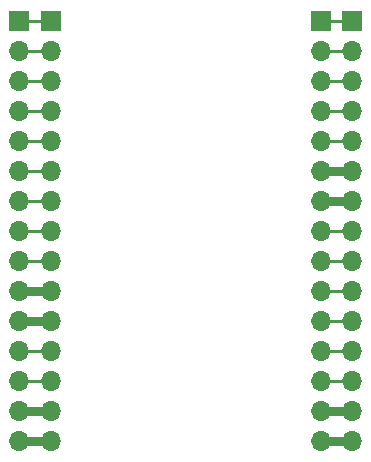
<source format=gtl>
G04 #@! TF.GenerationSoftware,KiCad,Pcbnew,8.0.8*
G04 #@! TF.CreationDate,2025-03-21T10:39:09+00:00*
G04 #@! TF.ProjectId,ESP8266adapt_PCB01,45535038-3236-4366-9164-6170745f5043,rev?*
G04 #@! TF.SameCoordinates,Original*
G04 #@! TF.FileFunction,Copper,L1,Top*
G04 #@! TF.FilePolarity,Positive*
%FSLAX46Y46*%
G04 Gerber Fmt 4.6, Leading zero omitted, Abs format (unit mm)*
G04 Created by KiCad (PCBNEW 8.0.8) date 2025-03-21 10:39:09*
%MOMM*%
%LPD*%
G01*
G04 APERTURE LIST*
G04 #@! TA.AperFunction,ComponentPad*
%ADD10O,1.700000X1.700000*%
G04 #@! TD*
G04 #@! TA.AperFunction,ComponentPad*
%ADD11R,1.700000X1.700000*%
G04 #@! TD*
G04 #@! TA.AperFunction,Conductor*
%ADD12C,0.250000*%
G04 #@! TD*
G04 #@! TA.AperFunction,Conductor*
%ADD13C,0.750000*%
G04 #@! TD*
G04 APERTURE END LIST*
D10*
X72390000Y-129192000D03*
X72390000Y-126652000D03*
X72390000Y-124112000D03*
X72390000Y-121572000D03*
X72390000Y-119032000D03*
X72390000Y-116492000D03*
X72390000Y-113952000D03*
X72390000Y-111412000D03*
X72390000Y-108872000D03*
X72390000Y-106332000D03*
X72390000Y-103792000D03*
X72390000Y-101252000D03*
X72390000Y-98712000D03*
X72390000Y-96172000D03*
D11*
X72390000Y-93632000D03*
X49500000Y-93632000D03*
D10*
X49500000Y-96172000D03*
X49500000Y-98712000D03*
X49500000Y-101252000D03*
X49500000Y-103792000D03*
X49500000Y-106332000D03*
X49500000Y-108872000D03*
X49500000Y-111412000D03*
X49500000Y-113952000D03*
X49500000Y-116492000D03*
X49500000Y-119032000D03*
X49500000Y-121572000D03*
X49500000Y-124112000D03*
X49500000Y-126652000D03*
X49500000Y-129192000D03*
D11*
X46800000Y-93632000D03*
D10*
X46800000Y-96172000D03*
X46800000Y-98712000D03*
X46800000Y-101252000D03*
X46800000Y-103792000D03*
X46800000Y-106332000D03*
X46800000Y-108872000D03*
X46800000Y-111412000D03*
X46800000Y-113952000D03*
X46800000Y-116492000D03*
X46800000Y-119032000D03*
X46800000Y-121572000D03*
X46800000Y-124112000D03*
X46800000Y-126652000D03*
X46800000Y-129192000D03*
X75000000Y-129192000D03*
X75000000Y-126652000D03*
X75000000Y-124112000D03*
X75000000Y-121572000D03*
X75000000Y-119032000D03*
X75000000Y-116492000D03*
X75000000Y-113952000D03*
X75000000Y-111412000D03*
X75000000Y-108872000D03*
X75000000Y-106332000D03*
X75000000Y-103792000D03*
X75000000Y-101252000D03*
X75000000Y-98712000D03*
X75000000Y-96172000D03*
D11*
X75000000Y-93632000D03*
D12*
X47900000Y-93632000D02*
X49500000Y-93632000D01*
X46800000Y-93632000D02*
X47900000Y-93632000D01*
X48002081Y-96172000D02*
X49500000Y-96172000D01*
X46800000Y-96172000D02*
X48002081Y-96172000D01*
X48002081Y-98712000D02*
X49500000Y-98712000D01*
X46800000Y-98712000D02*
X48002081Y-98712000D01*
X48002081Y-101252000D02*
X49500000Y-101252000D01*
X46800000Y-101252000D02*
X48002081Y-101252000D01*
X46228000Y-103632000D02*
X47328000Y-103632000D01*
X48002081Y-103792000D02*
X49500000Y-103792000D01*
X46800000Y-103792000D02*
X48002081Y-103792000D01*
X46228000Y-106172000D02*
X47430081Y-106172000D01*
X48002081Y-106332000D02*
X49500000Y-106332000D01*
X46800000Y-106332000D02*
X48002081Y-106332000D01*
X46228000Y-108712000D02*
X47430081Y-108712000D01*
X48002081Y-108872000D02*
X49500000Y-108872000D01*
X46800000Y-108872000D02*
X48002081Y-108872000D01*
X46228000Y-111252000D02*
X47430081Y-111252000D01*
X48002081Y-111412000D02*
X49500000Y-111412000D01*
X46800000Y-111412000D02*
X48002081Y-111412000D01*
X46228000Y-113792000D02*
X47430081Y-113792000D01*
X48002081Y-113952000D02*
X49500000Y-113952000D01*
X46800000Y-113952000D02*
X48002081Y-113952000D01*
X46228000Y-121412000D02*
X47430081Y-121412000D01*
X48002081Y-121572000D02*
X49500000Y-121572000D01*
X46800000Y-121572000D02*
X48002081Y-121572000D01*
X48002081Y-124112000D02*
X49500000Y-124112000D01*
X46800000Y-124112000D02*
X48002081Y-124112000D01*
X73592081Y-124112000D02*
X75000000Y-124112000D01*
X72390000Y-124112000D02*
X73592081Y-124112000D01*
X73592081Y-121572000D02*
X75000000Y-121572000D01*
X72390000Y-121572000D02*
X73592081Y-121572000D01*
X73592081Y-119032000D02*
X75000000Y-119032000D01*
X72390000Y-119032000D02*
X73592081Y-119032000D01*
X73592081Y-116492000D02*
X75000000Y-116492000D01*
X72390000Y-116492000D02*
X73592081Y-116492000D01*
X73592081Y-113952000D02*
X75000000Y-113952000D01*
X72390000Y-113952000D02*
X73592081Y-113952000D01*
X73592081Y-111412000D02*
X75000000Y-111412000D01*
X72390000Y-111412000D02*
X73592081Y-111412000D01*
X73490000Y-93632000D02*
X75000000Y-93632000D01*
X72390000Y-93632000D02*
X73490000Y-93632000D01*
X46228000Y-116332000D02*
X47430081Y-116332000D01*
D13*
X46800000Y-116492000D02*
X49500000Y-116492000D01*
D12*
X46228000Y-118872000D02*
X47430081Y-118872000D01*
D13*
X46800000Y-119032000D02*
X49500000Y-119032000D01*
X46800000Y-126652000D02*
X49500000Y-126652000D01*
X46800000Y-129192000D02*
X49500000Y-129192000D01*
X72390000Y-129192000D02*
X75000000Y-129192000D01*
X72390000Y-126652000D02*
X75000000Y-126652000D01*
X72390000Y-108872000D02*
X75000000Y-108872000D01*
X72390000Y-106332000D02*
X75000000Y-106332000D01*
D12*
X73592081Y-103792000D02*
X75000000Y-103792000D01*
X72390000Y-103792000D02*
X73592081Y-103792000D01*
X73592081Y-101252000D02*
X75000000Y-101252000D01*
X72390000Y-101252000D02*
X73592081Y-101252000D01*
X73592081Y-98712000D02*
X75000000Y-98712000D01*
X72390000Y-98712000D02*
X73592081Y-98712000D01*
X73592081Y-96172000D02*
X75000000Y-96172000D01*
X72390000Y-96172000D02*
X73592081Y-96172000D01*
M02*

</source>
